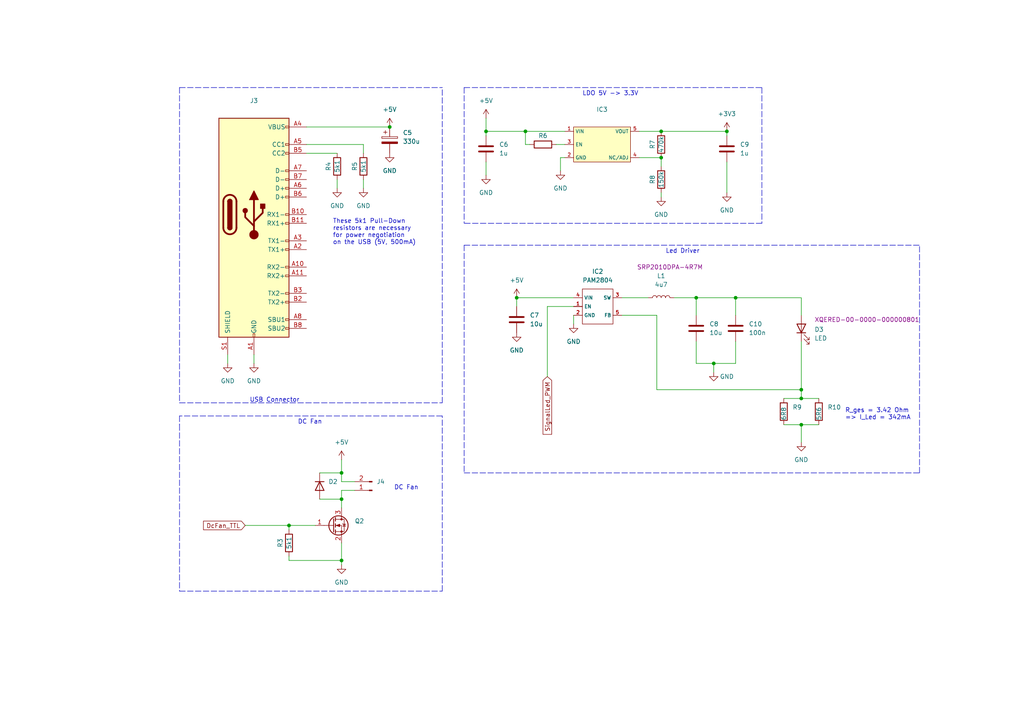
<source format=kicad_sch>
(kicad_sch (version 20211123) (generator eeschema)
  (paper "A4")
  (lib_symbols
    (symbol "Connector:Conn_01x02_Male" (pin_names (offset 1.016) hide)
      (property "Reference" "J" (at 0 2.54 0))
      (property "Value" "Conn_01x02_Male" (at 0 -5.08 0))
      (symbol "Conn_01x02_Male_1_1"
        (polyline (pts (xy 1.27 -2.54) (xy 0.8636 -2.54)) (stroke (width 0.1524)))
        (polyline (pts (xy 1.27 0) (xy 0.8636 0)) (stroke (width 0.1524)))
        (rectangle (start 0.8636 -2.413) (end 0 -2.667) (stroke (width 0.1524)) (fill (type outline)))
        (rectangle (start 0.8636 0.127) (end 0 -0.127) (stroke (width 0.1524)) (fill (type outline)))
        (pin passive line (at 5.08 0 180) (length 3.81) (name "Pin_1") (number "1"))
        (pin passive line (at 5.08 -2.54 180) (length 3.81) (name "Pin_2") (number "2"))
      )
    )
    (symbol "Connector:USB_C_Receptacle" (pin_names (offset 1.016))
      (property "Reference" "J" (at -10.16 29.21 0))
      (property "Value" "USB_C_Receptacle" (at 10.16 29.21 0))
      (symbol "USB_C_Receptacle_0_0"
        (rectangle (start -0.254 -35.56) (end 0.254 -34.544))
        (rectangle (start 10.16 -32.766) (end 9.144 -33.274))
        (rectangle (start 10.16 -30.226) (end 9.144 -30.734))
        (rectangle (start 10.16 -25.146) (end 9.144 -25.654))
        (rectangle (start 10.16 -22.606) (end 9.144 -23.114))
        (rectangle (start 10.16 -17.526) (end 9.144 -18.034))
        (rectangle (start 10.16 -14.986) (end 9.144 -15.494))
        (rectangle (start 10.16 -9.906) (end 9.144 -10.414))
        (rectangle (start 10.16 -7.366) (end 9.144 -7.874))
        (rectangle (start 10.16 -2.286) (end 9.144 -2.794))
        (rectangle (start 10.16 0.254) (end 9.144 -0.254))
        (rectangle (start 10.16 5.334) (end 9.144 4.826))
        (rectangle (start 10.16 7.874) (end 9.144 7.366))
        (rectangle (start 10.16 10.414) (end 9.144 9.906))
        (rectangle (start 10.16 12.954) (end 9.144 12.446))
        (rectangle (start 10.16 18.034) (end 9.144 17.526))
        (rectangle (start 10.16 20.574) (end 9.144 20.066))
        (rectangle (start 10.16 25.654) (end 9.144 25.146))
      )
      (symbol "USB_C_Receptacle_0_1"
        (rectangle (start -10.16 27.94) (end 10.16 -35.56) (stroke (width 0.254)) (fill (type background)))
        (arc (start -8.89 -3.81) (mid -6.985 -5.715) (end -5.08 -3.81) (stroke (width 0.508)))
        (arc (start -7.62 -3.81) (mid -6.985 -4.445) (end -6.35 -3.81) (stroke (width 0.254)))
        (arc (start -7.62 -3.81) (mid -6.985 -4.445) (end -6.35 -3.81) (stroke (width 0.254)) (fill (type outline)))
        (rectangle (start -7.62 -3.81) (end -6.35 3.81) (stroke (width 0.254)) (fill (type outline)))
        (arc (start -6.35 3.81) (mid -6.985 4.445) (end -7.62 3.81) (stroke (width 0.254)))
        (arc (start -6.35 3.81) (mid -6.985 4.445) (end -7.62 3.81) (stroke (width 0.254)) (fill (type outline)))
        (arc (start -5.08 3.81) (mid -6.985 5.715) (end -8.89 3.81) (stroke (width 0.508)))
        (polyline (pts (xy -8.89 -3.81) (xy -8.89 3.81)) (stroke (width 0.508)))
        (polyline (pts (xy -5.08 3.81) (xy -5.08 -3.81)) (stroke (width 0.508)))
      )
      (symbol "USB_C_Receptacle_1_1"
        (circle (center -2.54 1.143) (radius 0.635) (stroke (width 0.254)) (fill (type outline)))
        (circle (center 0 -5.842) (radius 1.27) (fill (type outline)))
        (polyline (pts (xy 0 -5.842) (xy 0 4.318)) (stroke (width 0.508)))
        (polyline (pts (xy 0 -3.302) (xy -2.54 -0.762) (xy -2.54 0.508)) (stroke (width 0.508)))
        (polyline (pts (xy 0 -2.032) (xy 2.54 0.508) (xy 2.54 1.778)) (stroke (width 0.508)))
        (polyline (pts (xy -1.27 4.318) (xy 0 6.858) (xy 1.27 4.318) (xy -1.27 4.318)) (stroke (width 0.254)) (fill (type outline)))
        (rectangle (start 1.905 1.778) (end 3.175 3.048) (stroke (width 0.254)) (fill (type outline)))
        (pin passive line (at 0 -40.64 90) (length 5.08) (name "GND") (number "A1"))
        (pin bidirectional line (at 15.24 -15.24 180) (length 5.08) (name "RX2-") (number "A10"))
        (pin bidirectional line (at 15.24 -17.78 180) (length 5.08) (name "RX2+") (number "A11"))
        (pin passive line (at 0 -40.64 90) (length 5.08) hide (name "GND") (number "A12"))
        (pin bidirectional line (at 15.24 -10.16 180) (length 5.08) (name "TX1+") (number "A2"))
        (pin bidirectional line (at 15.24 -7.62 180) (length 5.08) (name "TX1-") (number "A3"))
        (pin passive line (at 15.24 25.4 180) (length 5.08) (name "VBUS") (number "A4"))
        (pin bidirectional line (at 15.24 20.32 180) (length 5.08) (name "CC1") (number "A5"))
        (pin bidirectional line (at 15.24 7.62 180) (length 5.08) (name "D+") (number "A6"))
        (pin bidirectional line (at 15.24 12.7 180) (length 5.08) (name "D-") (number "A7"))
        (pin bidirectional line (at 15.24 -30.48 180) (length 5.08) (name "SBU1") (number "A8"))
        (pin passive line (at 15.24 25.4 180) (length 5.08) hide (name "VBUS") (number "A9"))
        (pin passive line (at 0 -40.64 90) (length 5.08) hide (name "GND") (number "B1"))
        (pin bidirectional line (at 15.24 0 180) (length 5.08) (name "RX1-") (number "B10"))
        (pin bidirectional line (at 15.24 -2.54 180) (length 5.08) (name "RX1+") (number "B11"))
        (pin passive line (at 0 -40.64 90) (length 5.08) hide (name "GND") (number "B12"))
        (pin bidirectional line (at 15.24 -25.4 180) (length 5.08) (name "TX2+") (number "B2"))
        (pin bidirectional line (at 15.24 -22.86 180) (length 5.08) (name "TX2-") (number "B3"))
        (pin passive line (at 15.24 25.4 180) (length 5.08) hide (name "VBUS") (number "B4"))
        (pin bidirectional line (at 15.24 17.78 180) (length 5.08) (name "CC2") (number "B5"))
        (pin bidirectional line (at 15.24 5.08 180) (length 5.08) (name "D+") (number "B6"))
        (pin bidirectional line (at 15.24 10.16 180) (length 5.08) (name "D-") (number "B7"))
        (pin bidirectional line (at 15.24 -33.02 180) (length 5.08) (name "SBU2") (number "B8"))
        (pin passive line (at 15.24 25.4 180) (length 5.08) hide (name "VBUS") (number "B9"))
        (pin passive line (at -7.62 -40.64 90) (length 5.08) (name "SHIELD") (number "S1"))
      )
    )
    (symbol "Custom_Parts:PAM2804"
      (property "Reference" "IC?" (at 2.54 -2.54 0))
      (property "Value" "PAM2804" (at 1.27 10.16 0))
      (symbol "PAM2804_0_1"
        (rectangle (start -2.54 8.89) (end 6.35 -1.27))
      )
      (symbol "PAM2804_1_1"
        (pin bidirectional line (at -5.08 3.81 0) (length 2.54) (name "EN") (number "1"))
        (pin bidirectional line (at -5.08 1.27 0) (length 2.54) (name "GND") (number "2"))
        (pin bidirectional line (at 8.89 6.35 180) (length 2.54) (name "SW") (number "3"))
        (pin bidirectional line (at -5.08 6.35 0) (length 2.54) (name "VIN") (number "4"))
        (pin bidirectional line (at 8.89 1.27 180) (length 2.54) (name "FB") (number "5"))
      )
    )
    (symbol "Custom_Parts:STLQ020"
      (property "Reference" "IC?" (at 3.81 -5.08 0))
      (property "Value" "STLQ020" (at -5.08 7.62 0))
      (symbol "STLQ020_0_1"
        (rectangle (start -8.89 6.35) (end 7.62 -3.81) (fill (type background)))
      )
      (symbol "STLQ020_1_1"
        (pin bidirectional line (at -11.43 5.08 0) (length 2.54) (name "VIN") (number "1"))
        (pin bidirectional line (at -11.43 -2.54 0) (length 2.54) (name "GND") (number "2"))
        (pin bidirectional line (at -11.43 1.27 0) (length 2.54) (name "EN") (number "3"))
        (pin bidirectional line (at 10.16 -2.54 180) (length 2.54) (name "NC/ADJ") (number "4"))
        (pin bidirectional line (at 10.16 5.08 180) (length 2.54) (name "VOUT") (number "5"))
      )
    )
    (symbol "Device:C" (pin_numbers hide) (pin_names (offset 0.254))
      (property "Reference" "C" (at 0.635 2.54 0))
      (property "Value" "C" (at 0.635 -2.54 0))
      (symbol "C_0_1"
        (polyline (pts (xy -2.032 -0.762) (xy 2.032 -0.762)) (stroke (width 0.508)))
        (polyline (pts (xy -2.032 0.762) (xy 2.032 0.762)) (stroke (width 0.508)))
      )
      (symbol "C_1_1"
        (pin passive line (at 0 3.81 270) (length 2.794) (name "~") (number "1"))
        (pin passive line (at 0 -3.81 90) (length 2.794) (name "~") (number "2"))
      )
    )
    (symbol "Device:C_Polarized" (pin_numbers hide) (pin_names (offset 0.254))
      (property "Reference" "C" (at 0.635 2.54 0))
      (property "Value" "C_Polarized" (at 0.635 -2.54 0))
      (symbol "C_Polarized_0_1"
        (rectangle (start -2.286 0.508) (end 2.286 1.016))
        (polyline (pts (xy -1.778 2.286) (xy -0.762 2.286)))
        (polyline (pts (xy -1.27 2.794) (xy -1.27 1.778)))
        (rectangle (start 2.286 -0.508) (end -2.286 -1.016) (fill (type outline)))
      )
      (symbol "C_Polarized_1_1"
        (pin passive line (at 0 3.81 270) (length 2.794) (name "~") (number "1"))
        (pin passive line (at 0 -3.81 90) (length 2.794) (name "~") (number "2"))
      )
    )
    (symbol "Device:D" (pin_numbers hide) (pin_names (offset 1.016) hide)
      (property "Reference" "D" (at 0 2.54 0))
      (property "Value" "D" (at 0 -2.54 0))
      (symbol "D_0_1"
        (polyline (pts (xy -1.27 1.27) (xy -1.27 -1.27)) (stroke (width 0.254)))
        (polyline (pts (xy 1.27 0) (xy -1.27 0)))
        (polyline (pts (xy 1.27 1.27) (xy 1.27 -1.27) (xy -1.27 0) (xy 1.27 1.27)) (stroke (width 0.254)))
      )
      (symbol "D_1_1"
        (pin passive line (at -3.81 0 0) (length 2.54) (name "K") (number "1"))
        (pin passive line (at 3.81 0 180) (length 2.54) (name "A") (number "2"))
      )
    )
    (symbol "Device:L" (pin_numbers hide) (pin_names (offset 1.016) hide)
      (property "Reference" "L" (at -1.27 0 90))
      (property "Value" "L" (at 1.905 0 90))
      (symbol "L_0_1"
        (arc (start 0 -2.54) (mid 0.635 -1.905) (end 0 -1.27))
        (arc (start 0 -1.27) (mid 0.635 -0.635) (end 0 0))
        (arc (start 0 0) (mid 0.635 0.635) (end 0 1.27))
        (arc (start 0 1.27) (mid 0.635 1.905) (end 0 2.54))
      )
      (symbol "L_1_1"
        (pin passive line (at 0 3.81 270) (length 1.27) (name "1") (number "1"))
        (pin passive line (at 0 -3.81 90) (length 1.27) (name "2") (number "2"))
      )
    )
    (symbol "Device:LED" (pin_numbers hide) (pin_names (offset 1.016) hide)
      (property "Reference" "D" (at 0 2.54 0))
      (property "Value" "LED" (at 0 -2.54 0))
      (symbol "LED_0_1"
        (polyline (pts (xy -1.27 -1.27) (xy -1.27 1.27)) (stroke (width 0.254)))
        (polyline (pts (xy -1.27 0) (xy 1.27 0)))
        (polyline (pts (xy 1.27 -1.27) (xy 1.27 1.27) (xy -1.27 0) (xy 1.27 -1.27)) (stroke (width 0.254)))
        (polyline (pts (xy -3.048 -0.762) (xy -4.572 -2.286) (xy -3.81 -2.286) (xy -4.572 -2.286) (xy -4.572 -1.524)))
        (polyline (pts (xy -1.778 -0.762) (xy -3.302 -2.286) (xy -2.54 -2.286) (xy -3.302 -2.286) (xy -3.302 -1.524)))
      )
      (symbol "LED_1_1"
        (pin passive line (at -3.81 0 0) (length 2.54) (name "K") (number "1"))
        (pin passive line (at 3.81 0 180) (length 2.54) (name "A") (number "2"))
      )
    )
    (symbol "Device:Q_NMOS_GSD" (pin_names (offset 0) hide)
      (property "Reference" "Q" (at 5.08 1.27 0))
      (property "Value" "Q_NMOS_GSD" (at 5.08 -1.27 0))
      (symbol "Q_NMOS_GSD_0_1"
        (polyline (pts (xy 0.254 0) (xy -2.54 0)))
        (polyline (pts (xy 0.254 1.905) (xy 0.254 -1.905)) (stroke (width 0.254)))
        (polyline (pts (xy 0.762 -1.27) (xy 0.762 -2.286)) (stroke (width 0.254)))
        (polyline (pts (xy 0.762 0.508) (xy 0.762 -0.508)) (stroke (width 0.254)))
        (polyline (pts (xy 0.762 2.286) (xy 0.762 1.27)) (stroke (width 0.254)))
        (polyline (pts (xy 2.54 2.54) (xy 2.54 1.778)))
        (polyline (pts (xy 2.54 -2.54) (xy 2.54 0) (xy 0.762 0)))
        (polyline (pts (xy 0.762 -1.778) (xy 3.302 -1.778) (xy 3.302 1.778) (xy 0.762 1.778)))
        (polyline (pts (xy 1.016 0) (xy 2.032 0.381) (xy 2.032 -0.381) (xy 1.016 0)) (fill (type outline)))
        (polyline (pts (xy 2.794 0.508) (xy 2.921 0.381) (xy 3.683 0.381) (xy 3.81 0.254)))
        (polyline (pts (xy 3.302 0.381) (xy 2.921 -0.254) (xy 3.683 -0.254) (xy 3.302 0.381)))
        (circle (center 1.651 0) (radius 2.794) (stroke (width 0.254)))
        (circle (center 2.54 -1.778) (radius 0.254) (fill (type outline)))
        (circle (center 2.54 1.778) (radius 0.254) (fill (type outline)))
      )
      (symbol "Q_NMOS_GSD_1_1"
        (pin input line (at -5.08 0 0) (length 2.54) (name "G") (number "1"))
        (pin passive line (at 2.54 -5.08 90) (length 2.54) (name "S") (number "2"))
        (pin passive line (at 2.54 5.08 270) (length 2.54) (name "D") (number "3"))
      )
    )
    (symbol "Device:R" (pin_numbers hide) (pin_names (offset 0))
      (property "Reference" "R" (at 2.032 0 90))
      (property "Value" "R" (at 0 0 90))
      (symbol "R_0_1"
        (rectangle (start -1.016 -2.54) (end 1.016 2.54) (stroke (width 0.254)))
      )
      (symbol "R_1_1"
        (pin passive line (at 0 3.81 270) (length 1.27) (name "~") (number "1"))
        (pin passive line (at 0 -3.81 90) (length 1.27) (name "~") (number "2"))
      )
    )
    (symbol "power:+3V3" (power) (pin_names (offset 0))
      (property "Value" "+3V3" (at 0 3.556 0))
      (symbol "+3V3_0_1"
        (polyline (pts (xy -0.762 1.27) (xy 0 2.54)))
        (polyline (pts (xy 0 0) (xy 0 2.54)))
        (polyline (pts (xy 0 2.54) (xy 0.762 1.27)))
      )
      (symbol "+3V3_1_1"
        (pin power_in line (at 0 0 90) (length 0) hide (name "+3V3") (number "1"))
      )
    )
    (symbol "power:+5V" (power) (pin_names (offset 0))
      (property "Value" "+5V" (at 0 3.556 0))
      (symbol "+5V_0_1"
        (polyline (pts (xy -0.762 1.27) (xy 0 2.54)))
        (polyline (pts (xy 0 0) (xy 0 2.54)))
        (polyline (pts (xy 0 2.54) (xy 0.762 1.27)))
      )
      (symbol "+5V_1_1"
        (pin power_in line (at 0 0 90) (length 0) hide (name "+5V") (number "1"))
      )
    )
    (symbol "power:GND" (power) (pin_names (offset 0))
      (property "Value" "GND" (at 0 -3.81 0))
      (symbol "GND_0_1"
        (polyline (pts (xy 0 0) (xy 0 -1.27) (xy 1.27 -1.27) (xy 0 -2.54) (xy -1.27 -1.27) (xy 0 -1.27)))
      )
      (symbol "GND_1_1"
        (pin power_in line (at 0 0 270) (length 0) hide (name "GND") (number "1"))
      )
    )
  )
  (junction (at 213.36 86.36))
  (junction (at 210.82 38.1))
  (junction (at 232.41 123.19))
  (junction (at 113.03 36.83))
  (junction (at 207.01 105.41))
  (junction (at 201.93 86.36))
  (junction (at 149.86 86.36))
  (junction (at 99.06 144.78))
  (junction (at 232.41 115.57))
  (junction (at 99.06 137.16))
  (junction (at 140.97 38.1))
  (junction (at 99.06 162.56))
  (junction (at 191.77 38.1))
  (junction (at 232.41 113.03))
  (junction (at 191.77 45.72))
  (junction (at 83.82 152.4))
  (junction (at 152.4 38.1))
  (polyline (pts (xy 134.62 25.4) (xy 220.98 25.4)))
  (wire (pts (xy 210.82 39.37) (xy 210.82 38.1)))
  (wire (pts (xy 207.01 105.41) (xy 201.93 105.41)))
  (polyline (pts (xy 52.07 171.45) (xy 128.27 171.45)))
  (wire (pts (xy 213.36 105.41) (xy 207.01 105.41)))
  (wire (pts (xy 213.36 86.36) (xy 213.36 91.44)))
  (wire (pts (xy 83.82 161.29) (xy 83.82 162.56)))
  (wire (pts (xy 99.06 137.16) (xy 99.06 139.7)))
  (wire (pts (xy 99.06 133.35) (xy 99.06 137.16)))
  (wire (pts (xy 140.97 34.29) (xy 140.97 38.1)))
  (polyline (pts (xy 128.27 116.84) (xy 128.27 25.4)))
  (wire (pts (xy 190.5 91.44) (xy 180.34 91.44)))
  (polyline (pts (xy 52.07 120.65) (xy 52.07 123.19)))
  (polyline (pts (xy 52.07 25.4) (xy 52.07 116.84)))
  (wire (pts (xy 152.4 38.1) (xy 152.4 41.91)))
  (polyline (pts (xy 134.62 137.16) (xy 266.7 137.16)))
  (wire (pts (xy 152.4 38.1) (xy 163.83 38.1)))
  (wire (pts (xy 166.37 88.9) (xy 158.75 88.9)))
  (polyline (pts (xy 52.07 25.4) (xy 128.27 25.4)))
  (wire (pts (xy 83.82 152.4) (xy 91.44 152.4)))
  (wire (pts (xy 201.93 99.06) (xy 201.93 105.41)))
  (polyline (pts (xy 220.98 25.4) (xy 220.98 64.77)))
  (wire (pts (xy 162.56 45.72) (xy 163.83 45.72)))
  (wire (pts (xy 191.77 55.88) (xy 191.77 57.15)))
  (wire (pts (xy 227.33 123.19) (xy 232.41 123.19)))
  (wire (pts (xy 92.71 144.78) (xy 99.06 144.78)))
  (polyline (pts (xy 134.62 71.12) (xy 266.7 71.12)))
  (wire (pts (xy 73.66 102.87) (xy 73.66 105.41)))
  (wire (pts (xy 105.41 41.91) (xy 105.41 44.45)))
  (wire (pts (xy 210.82 46.99) (xy 210.82 55.88)))
  (wire (pts (xy 232.41 123.19) (xy 232.41 128.27)))
  (wire (pts (xy 191.77 45.72) (xy 191.77 48.26)))
  (wire (pts (xy 232.41 113.03) (xy 190.5 113.03)))
  (wire (pts (xy 140.97 39.37) (xy 140.97 38.1)))
  (polyline (pts (xy 52.07 116.84) (xy 128.27 116.84)))
  (wire (pts (xy 83.82 162.56) (xy 99.06 162.56)))
  (wire (pts (xy 140.97 46.99) (xy 140.97 50.8)))
  (polyline (pts (xy 134.62 25.4) (xy 134.62 64.77)))
  (wire (pts (xy 66.04 102.87) (xy 66.04 105.41)))
  (wire (pts (xy 99.06 144.78) (xy 99.06 147.32)))
  (wire (pts (xy 232.41 91.44) (xy 232.41 86.36)))
  (wire (pts (xy 97.79 52.07) (xy 97.79 54.61)))
  (wire (pts (xy 102.87 142.24) (xy 99.06 142.24)))
  (wire (pts (xy 161.29 41.91) (xy 163.83 41.91)))
  (wire (pts (xy 158.75 88.9) (xy 158.75 109.22)))
  (wire (pts (xy 232.41 115.57) (xy 237.49 115.57)))
  (wire (pts (xy 99.06 142.24) (xy 99.06 144.78)))
  (wire (pts (xy 71.12 152.4) (xy 83.82 152.4)))
  (wire (pts (xy 207.01 105.41) (xy 207.01 107.95)))
  (wire (pts (xy 232.41 123.19) (xy 237.49 123.19)))
  (wire (pts (xy 83.82 153.67) (xy 83.82 152.4)))
  (wire (pts (xy 232.41 86.36) (xy 213.36 86.36)))
  (wire (pts (xy 153.67 41.91) (xy 152.4 41.91)))
  (wire (pts (xy 180.34 86.36) (xy 187.96 86.36)))
  (wire (pts (xy 210.82 38.1) (xy 191.77 38.1)))
  (wire (pts (xy 166.37 91.44) (xy 166.37 93.98)))
  (wire (pts (xy 162.56 49.53) (xy 162.56 45.72)))
  (wire (pts (xy 99.06 162.56) (xy 99.06 163.83)))
  (wire (pts (xy 140.97 38.1) (xy 152.4 38.1)))
  (polyline (pts (xy 134.62 71.12) (xy 134.62 137.16)))
  (wire (pts (xy 213.36 99.06) (xy 213.36 105.41)))
  (wire (pts (xy 88.9 41.91) (xy 105.41 41.91)))
  (wire (pts (xy 185.42 38.1) (xy 191.77 38.1)))
  (polyline (pts (xy 128.27 120.65) (xy 52.07 120.65)))
  (wire (pts (xy 105.41 52.07) (xy 105.41 54.61)))
  (wire (pts (xy 201.93 86.36) (xy 201.93 91.44)))
  (wire (pts (xy 149.86 86.36) (xy 166.37 86.36)))
  (wire (pts (xy 185.42 45.72) (xy 191.77 45.72)))
  (wire (pts (xy 232.41 99.06) (xy 232.41 113.03)))
  (wire (pts (xy 201.93 86.36) (xy 213.36 86.36)))
  (wire (pts (xy 190.5 113.03) (xy 190.5 91.44)))
  (polyline (pts (xy 220.98 64.77) (xy 134.62 64.77)))
  (wire (pts (xy 88.9 44.45) (xy 97.79 44.45)))
  (wire (pts (xy 227.33 115.57) (xy 232.41 115.57)))
  (polyline (pts (xy 52.07 123.19) (xy 52.07 171.45)))
  (wire (pts (xy 232.41 113.03) (xy 232.41 115.57)))
  (polyline (pts (xy 128.27 171.45) (xy 128.27 120.65)))
  (wire (pts (xy 149.86 88.9) (xy 149.86 86.36)))
  (wire (pts (xy 99.06 139.7) (xy 102.87 139.7)))
  (polyline (pts (xy 266.7 137.16) (xy 266.7 71.12)))
  (wire (pts (xy 99.06 157.48) (xy 99.06 162.56)))
  (wire (pts (xy 92.71 137.16) (xy 99.06 137.16)))
  (wire (pts (xy 88.9 36.83) (xy 113.03 36.83)))
  (wire (pts (xy 195.58 86.36) (xy 201.93 86.36)))
  (text "Led Driver" (at 193.04 73.66 0) (effects (font (size 1.27 1.27)) (justify left bottom)))
  (text "These 5k1 Pull-Down \nresistors are necessary \nfor power negotiation \non the USB (5V, 500mA)" (at 96.52 71.12 0) (effects (font (size 1.27 1.27)) (justify left bottom)))
  (text "R_ges = 3.42 Ohm\n=> I_Led = 342mA" (at 245.11 121.92 0) (effects (font (size 1.27 1.27)) (justify left bottom)))
  (text "DC Fan" (at 86.36 123.19 0) (effects (font (size 1.27 1.27)) (justify left bottom)))
  (text "DC Fan" (at 114.3 142.24 0) (effects (font (size 1.27 1.27)) (justify left bottom)))
  (text "LDO 5V -> 3.3V" (at 168.91 27.94 0) (effects (font (size 1.27 1.27)) (justify left bottom)))
  (text "USB Connector" (at 72.39 116.84 0) (effects (font (size 1.27 1.27)) (justify left bottom)))
  (global_label "DcFan_TTL" (shape input) (at 71.12 152.4 180) (property "Intersheet References" "${INTERSHEET_REFS}" (effects hide)))
  (global_label "SignalLed_PWM" (shape input) (at 158.75 109.22 270) (property "Intersheet References" "${INTERSHEET_REFS}" (effects hide)))
  (symbol (lib_id "Connector:USB_C_Receptacle") (at 73.66 62.23 0) (unit 1)
    (property "Reference" "J3" (at 73.66 29.21 0))
    (property "Datasheet" "https://www.usb.org/sites/default/files/documents/usb_type-c.zip" (effects hide))
    (property "Mfr. No." "DX07S024WJ3R400" (effects hide))
  )
  (symbol (lib_id "Device:L") (at 191.77 86.36 90) (unit 1)
    (property "Reference" "L1" (at 191.77 80.01 90))
    (property "Value" "4u7" (at 191.77 82.55 90))
    (property "Footprint" "Custom_Parts:SRP2010DPA-4R7M" (effects hide))
    (property "Mfr. No." "SRP2010DPA-4R7M" (at 194.31 77.47 90))
  )
  (symbol (lib_id "power:GND") (at 99.06 163.83 0) (unit 1)
    (property "Reference" "#PWR018" (effects hide))
    (property "Value" "GND" (at 99.06 168.91 0))
  )
  (symbol (lib_id "power:GND") (at 113.03 44.45 0) (unit 1)
    (property "Reference" "#PWR021" (effects hide))
    (property "Value" "GND" (at 113.03 49.53 0))
  )
  (symbol (lib_id "Device:D") (at 92.71 140.97 270) (unit 1)
    (property "Reference" "D2" (at 95.25 139.6999 90) (effects (justify left)))
    (property "Mfr.No." "DAN235FMT106" (effects hide))
  )
  (symbol (lib_id "Custom_Parts:STLQ020") (at 175.26 43.18 0) (unit 1)
    (property "Reference" "IC3" (at 174.625 31.75 0))
  )
  (symbol (lib_id "Connector:Conn_01x02_Male") (at 107.95 142.24 180) (unit 1)
    (property "Reference" "J4" (at 109.22 139.6999 0) (effects (justify right)))
  )
  (symbol (lib_id "Device:Q_NMOS_GSD") (at 96.52 152.4 0) (unit 1)
    (property "Reference" "Q2" (at 102.87 151.1299 0) (effects (justify left)))
    (property "Mfr. No." "NTK3134N" (effects hide))
  )
  (symbol (lib_id "Custom_Parts:PAM2804") (at 171.45 92.71 0) (unit 1)
    (property "Reference" "IC2" (at 173.355 78.74 0))
    (property "Value" "PAM2804" (at 173.355 81.28 0))
    (property "Footprint" "Package_TO_SOT_SMD:TSOT25" (effects hide))
  )
  (symbol (lib_id "power:GND") (at 105.41 54.61 0) (unit 1)
    (property "Reference" "#PWR019" (effects hide))
    (property "Value" "GND" (at 105.41 59.69 0))
  )
  (symbol (lib_id "power:GND") (at 149.86 96.52 0) (unit 1)
    (property "Reference" "#PWR025" (effects hide))
    (property "Value" "GND" (at 149.86 101.6 0))
  )
  (symbol (lib_id "power:GND") (at 210.82 55.88 0) (unit 1)
    (property "Reference" "#PWR031" (effects hide))
    (property "Value" "GND" (at 210.82 60.96 0))
  )
  (symbol (lib_id "Device:R") (at 157.48 41.91 270) (unit 1)
    (property "Reference" "R6" (at 157.48 39.37 90))
    (property "Footprint" "Resistor_SMD:R_0805_2012Metric" (effects hide))
  )
  (symbol (lib_id "Device:C_Polarized") (at 113.03 40.64 0) (unit 1)
    (property "Reference" "C5" (at 116.84 38.4809 0) (effects (justify left)))
    (property "Value" "330u" (at 116.84 41.0209 0) (effects (justify left)))
    (property "Footprint" "Custom_Parts:Cap_Elko_330u_6V3" (effects hide))
    (property "Mfr. NO" "875105144010" (effects hide))
  )
  (symbol (lib_id "Device:LED") (at 232.41 95.25 90) (unit 1)
    (property "Reference" "D3" (at 236.22 95.5674 90) (effects (justify right)))
    (property "Value" "LED" (at 236.22 98.1074 90) (effects (justify right)))
    (property "Footprint" "Custom_Parts:Cree_SMD2" (effects hide))
    (property "Mfr. No" "XQERED-00-0000-000000801" (at 251.46 92.71 90))
  )
  (symbol (lib_id "Device:R") (at 227.33 119.38 0) (unit 1)
    (property "Reference" "R9" (at 229.87 118.1099 0) (effects (justify left)))
    (property "Value" "6R8" (at 227.33 121.92 90) (effects (justify left)))
    (property "Footprint" "Resistor_SMD:R_0805_2012Metric" (effects hide))
  )
  (symbol (lib_id "power:GND") (at 207.01 107.95 0) (unit 1)
    (property "Reference" "#PWR029" (effects hide))
    (property "Value" "GND" (at 210.82 109.22 0))
  )
  (symbol (lib_id "Device:C") (at 140.97 43.18 0) (unit 1)
    (property "Reference" "C6" (at 144.78 41.9099 0) (effects (justify left)))
    (property "Value" "1u" (at 144.78 44.4499 0) (effects (justify left)))
    (property "Footprint" "Capacitor_SMD:C_0805_2012Metric" (effects hide))
  )
  (symbol (lib_id "power:+5V") (at 149.86 86.36 0) (unit 1)
    (property "Reference" "#PWR024" (effects hide))
    (property "Value" "+5V" (at 149.86 81.28 0))
  )
  (symbol (lib_id "Device:R") (at 83.82 157.48 0) (unit 1)
    (property "Reference" "R3" (at 81.28 157.48 90))
    (property "Value" "5k1" (at 83.82 157.48 90))
    (property "Footprint" "Resistor_SMD:R_0805_2012Metric" (effects hide))
  )
  (symbol (lib_id "Device:C") (at 201.93 95.25 0) (unit 1)
    (property "Reference" "C8" (at 205.74 93.9799 0) (effects (justify left)))
    (property "Value" "10u" (at 205.74 96.5199 0) (effects (justify left)))
    (property "Footprint" "Capacitor_SMD:C_0805_2012Metric" (effects hide))
  )
  (symbol (lib_id "power:GND") (at 140.97 50.8 0) (unit 1)
    (property "Reference" "#PWR023" (effects hide))
    (property "Value" "GND" (at 140.97 55.88 0))
  )
  (symbol (lib_id "power:GND") (at 66.04 105.41 0) (unit 1)
    (property "Reference" "#PWR014" (effects hide))
    (property "Value" "GND" (at 66.04 110.49 0))
  )
  (symbol (lib_id "Device:C") (at 210.82 43.18 0) (unit 1)
    (property "Reference" "C9" (at 214.63 41.9099 0) (effects (justify left)))
    (property "Value" "1u" (at 214.63 44.4499 0) (effects (justify left)))
    (property "Footprint" "Capacitor_SMD:C_0805_2012Metric" (effects hide))
  )
  (symbol (lib_id "Device:R") (at 237.49 119.38 0) (unit 1)
    (property "Reference" "R10" (at 240.03 118.1099 0) (effects (justify left)))
    (property "Value" "5R6" (at 237.49 121.92 90) (effects (justify left)))
    (property "Footprint" "Resistor_SMD:R_0805_2012Metric" (effects hide))
  )
  (symbol (lib_id "power:GND") (at 191.77 57.15 0) (unit 1)
    (property "Reference" "#PWR028" (effects hide))
    (property "Value" "GND" (at 191.77 62.23 0))
  )
  (symbol (lib_id "Device:R") (at 97.79 48.26 0) (unit 1)
    (property "Reference" "R4" (at 95.25 48.26 90))
    (property "Value" "5k1" (at 97.79 48.26 90))
    (property "Footprint" "Resistor_SMD:R_0805_2012Metric" (effects hide))
  )
  (symbol (lib_id "power:+3V3") (at 210.82 38.1 0) (unit 1)
    (property "Reference" "#PWR030" (effects hide))
    (property "Value" "+3V3" (at 210.82 33.02 0))
  )
  (symbol (lib_id "power:GND") (at 97.79 54.61 0) (unit 1)
    (property "Reference" "#PWR016" (effects hide))
    (property "Value" "GND" (at 97.79 59.69 0))
  )
  (symbol (lib_id "Device:C") (at 149.86 92.71 0) (unit 1)
    (property "Reference" "C7" (at 153.67 91.4399 0) (effects (justify left)))
    (property "Value" "10u" (at 153.67 93.9799 0) (effects (justify left)))
    (property "Footprint" "Capacitor_SMD:C_0805_2012Metric" (effects hide))
  )
  (symbol (lib_id "power:GND") (at 232.41 128.27 0) (unit 1)
    (property "Reference" "#PWR032" (effects hide))
    (property "Value" "GND" (at 232.41 133.35 0))
  )
  (symbol (lib_id "Device:R") (at 105.41 48.26 0) (unit 1)
    (property "Reference" "R5" (at 102.87 48.26 90))
    (property "Value" "5k1" (at 105.41 48.26 90))
    (property "Footprint" "Resistor_SMD:R_0805_2012Metric" (effects hide))
  )
  (symbol (lib_id "power:+5V") (at 99.06 133.35 0) (unit 1)
    (property "Reference" "#PWR017" (effects hide))
    (property "Value" "+5V" (at 99.06 128.27 0))
  )
  (symbol (lib_id "power:+5V") (at 140.97 34.29 0) (unit 1)
    (property "Reference" "#PWR022" (effects hide))
    (property "Value" "+5V" (at 140.97 29.21 0))
  )
  (symbol (lib_id "power:GND") (at 162.56 49.53 0) (unit 1)
    (property "Reference" "#PWR026" (effects hide))
    (property "Value" "GND" (at 162.56 54.61 0))
  )
  (symbol (lib_id "Device:C") (at 213.36 95.25 0) (unit 1)
    (property "Reference" "C10" (at 217.17 93.9799 0) (effects (justify left)))
    (property "Value" "100n" (at 217.17 96.5199 0) (effects (justify left)))
    (property "Footprint" "Capacitor_SMD:C_0805_2012Metric" (effects hide))
  )
  (symbol (lib_id "power:GND") (at 73.66 105.41 0) (unit 1)
    (property "Reference" "#PWR015" (effects hide))
    (property "Value" "GND" (at 73.66 110.49 0))
  )
  (symbol (lib_id "Device:R") (at 191.77 52.07 0) (unit 1)
    (property "Reference" "R8" (at 189.23 52.07 90))
    (property "Value" "150k" (at 191.77 52.07 90))
    (property "Footprint" "Resistor_SMD:R_0805_2012Metric" (effects hide))
  )
  (symbol (lib_id "power:GND") (at 166.37 93.98 0) (unit 1)
    (property "Reference" "#PWR027" (effects hide))
    (property "Value" "GND" (at 166.37 99.06 0))
  )
  (symbol (lib_id "Device:R") (at 191.77 41.91 0) (unit 1)
    (property "Reference" "R7" (at 189.23 41.91 90))
    (property "Value" "470k" (at 191.77 41.91 90))
    (property "Footprint" "Resistor_SMD:R_0805_2012Metric" (effects hide))
  )
  (symbol (lib_id "power:+5V") (at 113.03 36.83 0) (unit 1)
    (property "Reference" "#PWR020" (effects hide))
    (property "Value" "+5V" (at 113.03 31.75 0))
  )
)
</source>
